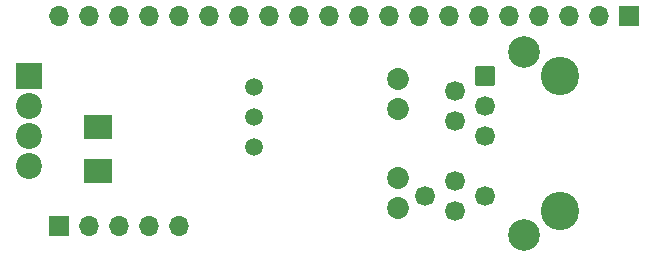
<source format=gts>
%TF.GenerationSoftware,KiCad,Pcbnew,8.0.0*%
%TF.CreationDate,2024-03-13T21:01:22-04:00*%
%TF.ProjectId,pico-ethernet,7069636f-2d65-4746-9865-726e65742e6b,rev?*%
%TF.SameCoordinates,Original*%
%TF.FileFunction,Soldermask,Top*%
%TF.FilePolarity,Negative*%
%FSLAX46Y46*%
G04 Gerber Fmt 4.6, Leading zero omitted, Abs format (unit mm)*
G04 Created by KiCad (PCBNEW 8.0.0) date 2024-03-13 21:01:22*
%MOMM*%
%LPD*%
G01*
G04 APERTURE LIST*
G04 Aperture macros list*
%AMRoundRect*
0 Rectangle with rounded corners*
0 $1 Rounding radius*
0 $2 $3 $4 $5 $6 $7 $8 $9 X,Y pos of 4 corners*
0 Add a 4 corners polygon primitive as box body*
4,1,4,$2,$3,$4,$5,$6,$7,$8,$9,$2,$3,0*
0 Add four circle primitives for the rounded corners*
1,1,$1+$1,$2,$3*
1,1,$1+$1,$4,$5*
1,1,$1+$1,$6,$7*
1,1,$1+$1,$8,$9*
0 Add four rect primitives between the rounded corners*
20,1,$1+$1,$2,$3,$4,$5,0*
20,1,$1+$1,$4,$5,$6,$7,0*
20,1,$1+$1,$6,$7,$8,$9,0*
20,1,$1+$1,$8,$9,$2,$3,0*%
G04 Aperture macros list end*
%ADD10R,2.200000X2.200000*%
%ADD11C,2.200000*%
%ADD12R,2.400000X2.000000*%
%ADD13C,3.250000*%
%ADD14RoundRect,0.102000X0.739000X-0.739000X0.739000X0.739000X-0.739000X0.739000X-0.739000X-0.739000X0*%
%ADD15C,1.682000*%
%ADD16C,1.854000*%
%ADD17C,2.679000*%
%ADD18C,1.498600*%
%ADD19R,1.700000X1.700000*%
%ADD20O,1.700000X1.700000*%
G04 APERTURE END LIST*
D10*
%TO.C,J5*%
X142195000Y-116185000D03*
D11*
X142195000Y-118725000D03*
X142195000Y-121265000D03*
X142195000Y-123805000D03*
%TD*%
D12*
%TO.C,Y1*%
X148110000Y-124206000D03*
X148110000Y-120506000D03*
%TD*%
D13*
%TO.C,J4*%
X187200000Y-127635000D03*
X187200000Y-116205000D03*
D14*
X180850000Y-116205000D03*
D15*
X178310000Y-117475000D03*
X180850000Y-118745000D03*
X178310000Y-120015000D03*
X180850000Y-121285000D03*
X178310000Y-125095000D03*
X180850000Y-126365000D03*
X178310000Y-127635000D03*
X175770000Y-126365000D03*
D16*
X173480000Y-127385000D03*
X173480000Y-118995000D03*
X173480000Y-124845000D03*
X173480000Y-116455000D03*
D17*
X184150000Y-129665000D03*
X184150000Y-114175000D03*
%TD*%
D18*
%TO.C,J3*%
X161250000Y-122250000D03*
X161250000Y-119710000D03*
X161250000Y-117170000D03*
%TD*%
D19*
%TO.C,J2*%
X144740000Y-128905000D03*
D20*
X147280000Y-128905000D03*
X149820000Y-128905000D03*
X152360000Y-128905000D03*
X154900000Y-128905000D03*
%TD*%
D19*
%TO.C,J1*%
X193040000Y-111125000D03*
D20*
X190500000Y-111125000D03*
X187960000Y-111125000D03*
X185420000Y-111125000D03*
X182880000Y-111125000D03*
X180340000Y-111125000D03*
X177800000Y-111125000D03*
X175260000Y-111125000D03*
X172720000Y-111125000D03*
X170180000Y-111125000D03*
X167640000Y-111125000D03*
X165100000Y-111125000D03*
X162560000Y-111125000D03*
X160020000Y-111125000D03*
X157480000Y-111125000D03*
X154940000Y-111125000D03*
X152400000Y-111125000D03*
X149860000Y-111125000D03*
X147320000Y-111125000D03*
X144780000Y-111125000D03*
%TD*%
M02*

</source>
